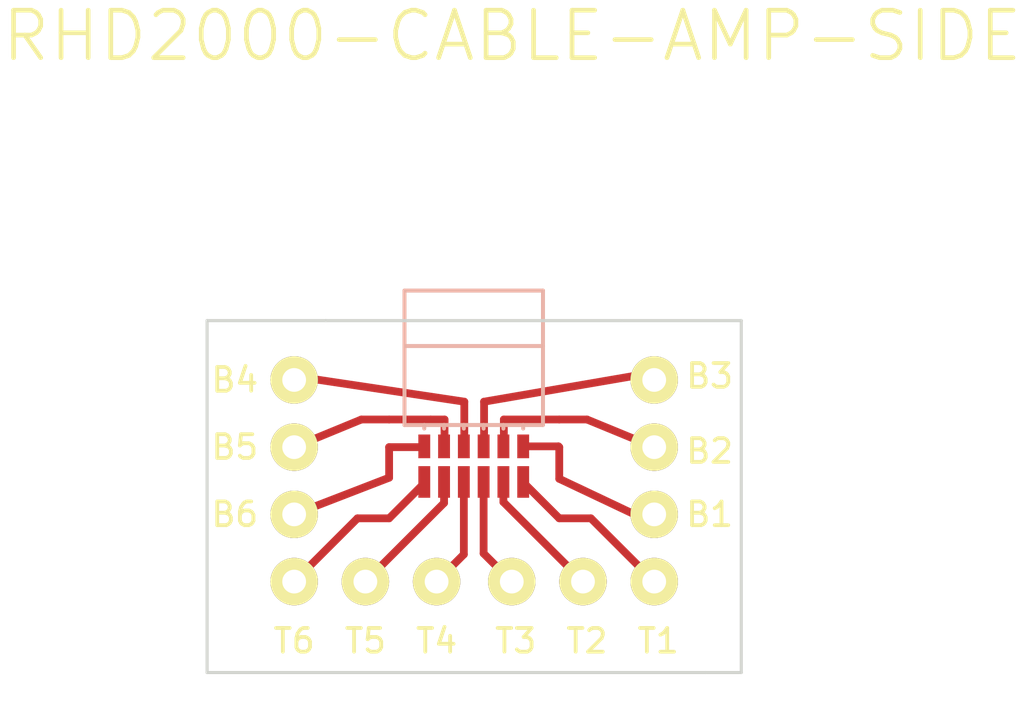
<source format=kicad_pcb>
(kicad_pcb (version 4) (host pcbnew 4.0.2-stable)

  (general
    (links 12)
    (no_connects 0)
    (area 132.342043 91.3452 165.621758 115.648)
    (thickness 1.6)
    (drawings 19)
    (tracks 53)
    (zones 0)
    (modules 13)
    (nets 13)
  )

  (page A4)
  (layers
    (0 F.Cu signal)
    (31 B.Cu signal hide)
    (32 B.Adhes user hide)
    (33 F.Adhes user hide)
    (34 B.Paste user hide)
    (35 F.Paste user hide)
    (36 B.SilkS user)
    (37 F.SilkS user)
    (38 B.Mask user hide)
    (39 F.Mask user hide)
    (40 Dwgs.User user hide)
    (41 Cmts.User user hide)
    (42 Eco1.User user hide)
    (43 Eco2.User user hide)
    (44 Edge.Cuts user)
    (45 Margin user hide)
    (46 B.CrtYd user hide)
    (47 F.CrtYd user hide)
    (48 B.Fab user hide)
    (49 F.Fab user hide)
  )

  (setup
    (last_trace_width 0.25)
    (trace_clearance 0.2)
    (zone_clearance 0.508)
    (zone_45_only no)
    (trace_min 0.2)
    (segment_width 0.2)
    (edge_width 0.1)
    (via_size 0.6)
    (via_drill 0.4)
    (via_min_size 0.4)
    (via_min_drill 0.3)
    (uvia_size 0.3)
    (uvia_drill 0.1)
    (uvias_allowed no)
    (uvia_min_size 0.2)
    (uvia_min_drill 0.1)
    (pcb_text_width 0.3)
    (pcb_text_size 1.5 1.5)
    (mod_edge_width 0.15)
    (mod_text_size 1 1)
    (mod_text_width 0.15)
    (pad_size 0.4 0.4)
    (pad_drill 0.2)
    (pad_to_mask_clearance 0)
    (aux_axis_origin 0 0)
    (visible_elements FFFFFF7F)
    (pcbplotparams
      (layerselection 0x010e0_80000001)
      (usegerberextensions false)
      (excludeedgelayer true)
      (linewidth 0.100000)
      (plotframeref false)
      (viasonmask false)
      (mode 1)
      (useauxorigin false)
      (hpglpennumber 1)
      (hpglpenspeed 20)
      (hpglpendiameter 15)
      (hpglpenoverlay 2)
      (psnegative false)
      (psa4output false)
      (plotreference true)
      (plotvalue true)
      (plotinvisibletext false)
      (padsonsilk false)
      (subtractmaskfromsilk false)
      (outputformat 1)
      (mirror false)
      (drillshape 0)
      (scaleselection 1)
      (outputdirectory ""))
  )

  (net 0 "")
  (net 1 "Net-(S1-PadB1)")
  (net 2 "Net-(S1-PadB2)")
  (net 3 "Net-(S1-PadB3)")
  (net 4 "Net-(S1-PadB4)")
  (net 5 "Net-(S1-PadB5)")
  (net 6 "Net-(S1-PadB6)")
  (net 7 "Net-(S1-PadT1)")
  (net 8 "Net-(S1-PadT2)")
  (net 9 "Net-(S1-PadT3)")
  (net 10 "Net-(S1-PadT4)")
  (net 11 "Net-(S1-PadT5)")
  (net 12 "Net-(S1-PadT6)")

  (net_class Default "This is the default net class."
    (clearance 0.2)
    (trace_width 0.25)
    (via_dia 0.6)
    (via_drill 0.4)
    (uvia_dia 0.3)
    (uvia_drill 0.1)
    (add_net "Net-(S1-PadB1)")
    (add_net "Net-(S1-PadB2)")
    (add_net "Net-(S1-PadB3)")
    (add_net "Net-(S1-PadB4)")
    (add_net "Net-(S1-PadB5)")
    (add_net "Net-(S1-PadB6)")
    (add_net "Net-(S1-PadT1)")
    (add_net "Net-(S1-PadT2)")
    (add_net "Net-(S1-PadT3)")
    (add_net "Net-(S1-PadT4)")
    (add_net "Net-(S1-PadT5)")
    (add_net "Net-(S1-PadT6)")
  )

  (module connectors:OMNETICS_PZN-12-AA (layer F.Cu) (tedit 577C0720) (tstamp 577BEDD8)
    (at 147.75 105.0036)
    (path /577BD556)
    (attr smd)
    (fp_text reference S1 (at -3.175 -0.8255 90) (layer F.SilkS) hide
      (effects (font (size 1.27 1.27) (thickness 0.1016)))
    )
    (fp_text value RHD2000-CABLE-AMP-SIDE (at 1.2319 -12.1666) (layer F.SilkS)
      (effects (font (thickness 0.15)))
    )
    (fp_line (start -2.2225 -3.9878) (end 2.2225 -3.9878) (layer B.SilkS) (width 0.127))
    (fp_line (start 2.2225 -3.9878) (end 2.2225 -2.20726) (layer B.SilkS) (width 0.127))
    (fp_line (start 2.2225 -2.20726) (end 2.2225 0.3302) (layer B.SilkS) (width 0.127))
    (fp_line (start -2.2225 0.3302) (end -2.2225 -2.20726) (layer B.SilkS) (width 0.127))
    (fp_line (start -2.2225 -2.20726) (end -2.2225 -3.9878) (layer B.SilkS) (width 0.127))
    (fp_line (start -1.5875 0.3302) (end -1.5875 0.4445) (layer B.SilkS) (width 0.127))
    (fp_line (start -0.9525 0.3302) (end -0.9525 0.4445) (layer B.SilkS) (width 0.127))
    (fp_line (start 1.5875 0.3302) (end 1.5875 0.4445) (layer B.SilkS) (width 0.127))
    (fp_line (start -2.2225 0.3302) (end -1.5875 0.3302) (layer B.SilkS) (width 0.127))
    (fp_line (start -1.5875 0.3302) (end -0.9525 0.3302) (layer B.SilkS) (width 0.127))
    (fp_line (start -0.9525 0.3302) (end -0.3175 0.3302) (layer B.SilkS) (width 0.127))
    (fp_line (start -0.3175 0.3302) (end 0.3175 0.3302) (layer B.SilkS) (width 0.127))
    (fp_line (start 0.3175 0.3302) (end 0.9525 0.3302) (layer B.SilkS) (width 0.127))
    (fp_line (start 0.9525 0.3302) (end 1.5875 0.3302) (layer B.SilkS) (width 0.127))
    (fp_line (start 1.5875 0.3302) (end 2.2225 0.3302) (layer B.SilkS) (width 0.127))
    (fp_line (start -0.3175 0.3302) (end -0.3175 0.4445) (layer B.SilkS) (width 0.127))
    (fp_line (start 0.3175 0.3302) (end 0.3175 0.4445) (layer B.SilkS) (width 0.127))
    (fp_line (start 0.9525 0.3302) (end 0.9525 0.4445) (layer B.SilkS) (width 0.127))
    (fp_line (start -2.2225 -2.20726) (end 2.2225 -2.20726) (layer B.SilkS) (width 0.127))
    (pad B1 smd rect (at 1.5875 1.016 180) (size 0.381 0.762) (layers F.Cu F.Paste F.Mask)
      (net 1 "Net-(S1-PadB1)"))
    (pad B2 smd rect (at 0.9525 1.016 180) (size 0.381 0.762) (layers F.Cu F.Paste F.Mask)
      (net 2 "Net-(S1-PadB2)"))
    (pad B3 smd rect (at 0.3175 1.016 180) (size 0.381 0.762) (layers F.Cu F.Paste F.Mask)
      (net 3 "Net-(S1-PadB3)"))
    (pad B4 smd rect (at -0.3175 1.016 180) (size 0.381 0.762) (layers F.Cu F.Paste F.Mask)
      (net 4 "Net-(S1-PadB4)"))
    (pad B5 smd rect (at -0.9525 1.016 180) (size 0.381 0.762) (layers F.Cu F.Paste F.Mask)
      (net 5 "Net-(S1-PadB5)"))
    (pad B6 smd rect (at -1.5875 1.016 180) (size 0.381 0.762) (layers F.Cu F.Paste F.Mask)
      (net 6 "Net-(S1-PadB6)"))
    (pad T1 smd rect (at 1.5875 2.159 180) (size 0.381 1.016) (layers F.Cu F.Paste F.Mask)
      (net 7 "Net-(S1-PadT1)"))
    (pad T2 smd rect (at 0.9525 2.159 180) (size 0.381 1.016) (layers F.Cu F.Paste F.Mask)
      (net 8 "Net-(S1-PadT2)"))
    (pad T3 smd rect (at 0.3175 2.159 180) (size 0.381 1.016) (layers F.Cu F.Paste F.Mask)
      (net 9 "Net-(S1-PadT3)"))
    (pad T4 smd rect (at -0.3175 2.159 180) (size 0.381 1.016) (layers F.Cu F.Paste F.Mask)
      (net 10 "Net-(S1-PadT4)"))
    (pad T5 smd rect (at -0.9525 2.159 180) (size 0.381 1.016) (layers F.Cu F.Paste F.Mask)
      (net 11 "Net-(S1-PadT5)"))
    (pad T6 smd rect (at -1.5875 2.159 180) (size 0.381 1.016) (layers F.Cu F.Paste F.Mask)
      (net 12 "Net-(S1-PadT6)"))
  )

  (module singlepad:MyPad (layer F.Cu) (tedit 57921FCC) (tstamp 577BEDE2)
    (at 140.716 112.014)
    (path /577BE4CD)
    (fp_text reference U2 (at 0 0.5) (layer F.SilkS) hide
      (effects (font (size 1 1) (thickness 0.15)))
    )
    (fp_text value MyPad (at 0 -0.5) (layer F.Fab) hide
      (effects (font (size 1 1) (thickness 0.15)))
    )
    (pad 1 thru_hole circle (at 1.27 -3.81) (size 1.524 1.524) (drill 0.762) (layers *.Cu *.Mask F.SilkS)
      (net 6 "Net-(S1-PadB6)"))
  )

  (module singlepad:MyPad (layer F.Cu) (tedit 57921FCC) (tstamp 577BEE14)
    (at 152.273 112.014)
    (path /577BE667)
    (fp_text reference U12 (at 0 0.5) (layer F.SilkS) hide
      (effects (font (size 1 1) (thickness 0.15)))
    )
    (fp_text value MyPad (at 0 -0.5) (layer F.Fab) hide
      (effects (font (size 1 1) (thickness 0.15)))
    )
    (pad 1 thru_hole circle (at 1.27 -3.81) (size 1.524 1.524) (drill 0.762) (layers *.Cu *.Mask F.SilkS)
      (net 1 "Net-(S1-PadB1)"))
  )

  (module singlepad:MyPad (layer F.Cu) (tedit 57921FCC) (tstamp 577BEE0F)
    (at 152.273 114.173)
    (path /577BE62D)
    (fp_text reference U11 (at 0 0.5) (layer F.SilkS) hide
      (effects (font (size 1 1) (thickness 0.15)))
    )
    (fp_text value MyPad (at 0 -0.5) (layer F.Fab) hide
      (effects (font (size 1 1) (thickness 0.15)))
    )
    (pad 1 thru_hole circle (at 1.27 -3.81) (size 1.524 1.524) (drill 0.762) (layers *.Cu *.Mask F.SilkS)
      (net 7 "Net-(S1-PadT1)"))
  )

  (module singlepad:MyPad (layer F.Cu) (tedit 57921FCC) (tstamp 577BEE0A)
    (at 152.273 109.855)
    (path /577BE5FC)
    (fp_text reference U10 (at 0 0.5) (layer F.SilkS) hide
      (effects (font (size 1 1) (thickness 0.15)))
    )
    (fp_text value MyPad (at 0 -0.5) (layer F.Fab) hide
      (effects (font (size 1 1) (thickness 0.15)))
    )
    (pad 1 thru_hole circle (at 1.27 -3.81) (size 1.524 1.524) (drill 0.762) (layers *.Cu *.Mask F.SilkS)
      (net 2 "Net-(S1-PadB2)"))
  )

  (module singlepad:MyPad (layer F.Cu) (tedit 57921FCC) (tstamp 577BEE05)
    (at 149.987 114.173)
    (path /577BE5CC)
    (fp_text reference U9 (at 0 0.5) (layer F.SilkS) hide
      (effects (font (size 1 1) (thickness 0.15)))
    )
    (fp_text value MyPad (at 0 -0.5) (layer F.Fab) hide
      (effects (font (size 1 1) (thickness 0.15)))
    )
    (pad 1 thru_hole circle (at 1.27 -3.81) (size 1.524 1.524) (drill 0.762) (layers *.Cu *.Mask F.SilkS)
      (net 8 "Net-(S1-PadT2)"))
  )

  (module singlepad:MyPad (layer F.Cu) (tedit 57921FCC) (tstamp 577BEE00)
    (at 152.273 107.696)
    (path /577BE5A1)
    (fp_text reference U8 (at 0 0.5) (layer F.SilkS) hide
      (effects (font (size 1 1) (thickness 0.15)))
    )
    (fp_text value MyPad (at 0 -0.5) (layer F.Fab) hide
      (effects (font (size 1 1) (thickness 0.15)))
    )
    (pad 1 thru_hole circle (at 1.27 -3.81) (size 1.524 1.524) (drill 0.762) (layers *.Cu *.Mask F.SilkS)
      (net 3 "Net-(S1-PadB3)"))
  )

  (module singlepad:MyPad (layer F.Cu) (tedit 57921FCC) (tstamp 577BEDFB)
    (at 147.701 114.173)
    (path /577BE577)
    (fp_text reference U7 (at 0 0.5) (layer F.SilkS) hide
      (effects (font (size 1 1) (thickness 0.15)))
    )
    (fp_text value MyPad (at 0 -0.5) (layer F.Fab) hide
      (effects (font (size 1 1) (thickness 0.15)))
    )
    (pad 1 thru_hole circle (at 1.27 -3.81) (size 1.524 1.524) (drill 0.762) (layers *.Cu *.Mask F.SilkS)
      (net 9 "Net-(S1-PadT3)"))
  )

  (module singlepad:MyPad (layer F.Cu) (tedit 57921FCC) (tstamp 577BEDF6)
    (at 140.716 107.696)
    (path /577BE553)
    (fp_text reference U6 (at 0 0.5) (layer F.SilkS) hide
      (effects (font (size 1 1) (thickness 0.15)))
    )
    (fp_text value MyPad (at 0 -0.5) (layer F.Fab) hide
      (effects (font (size 1 1) (thickness 0.15)))
    )
    (pad 1 thru_hole circle (at 1.27 -3.81) (size 1.524 1.524) (drill 0.762) (layers *.Cu *.Mask F.SilkS)
      (net 4 "Net-(S1-PadB4)"))
  )

  (module singlepad:MyPad (layer F.Cu) (tedit 57921FCC) (tstamp 577BEDF1)
    (at 145.288 114.173)
    (path /577BE530)
    (fp_text reference U5 (at 0 0.5) (layer F.SilkS) hide
      (effects (font (size 1 1) (thickness 0.15)))
    )
    (fp_text value MyPad (at 0 -0.5) (layer F.Fab) hide
      (effects (font (size 1 1) (thickness 0.15)))
    )
    (pad 1 thru_hole circle (at 1.27 -3.81) (size 1.524 1.524) (drill 0.762) (layers *.Cu *.Mask F.SilkS)
      (net 10 "Net-(S1-PadT4)"))
  )

  (module singlepad:MyPad (layer F.Cu) (tedit 57921FCC) (tstamp 577BEDEC)
    (at 140.716 109.855)
    (path /577BE511)
    (fp_text reference U4 (at 0 0.5) (layer F.SilkS) hide
      (effects (font (size 1 1) (thickness 0.15)))
    )
    (fp_text value MyPad (at 0 -0.5) (layer F.Fab) hide
      (effects (font (size 1 1) (thickness 0.15)))
    )
    (pad 1 thru_hole circle (at 1.27 -3.81) (size 1.524 1.524) (drill 0.762) (layers *.Cu *.Mask F.SilkS)
      (net 5 "Net-(S1-PadB5)"))
  )

  (module singlepad:MyPad (layer F.Cu) (tedit 57921FCC) (tstamp 577BEDE7)
    (at 143.002 114.173)
    (path /577BE4E7)
    (fp_text reference U3 (at 0 0.5) (layer F.SilkS) hide
      (effects (font (size 1 1) (thickness 0.15)))
    )
    (fp_text value MyPad (at 0 -0.5) (layer F.Fab) hide
      (effects (font (size 1 1) (thickness 0.15)))
    )
    (pad 1 thru_hole circle (at 1.27 -3.81) (size 1.524 1.524) (drill 0.762) (layers *.Cu *.Mask F.SilkS)
      (net 11 "Net-(S1-PadT5)"))
  )

  (module singlepad:MyPad (layer F.Cu) (tedit 57921FCC) (tstamp 577BEDDD)
    (at 140.716 114.173)
    (path /577BE1BD)
    (fp_text reference U1 (at 0 0.5) (layer F.SilkS) hide
      (effects (font (size 1 1) (thickness 0.15)))
    )
    (fp_text value MyPad (at 0 -0.5) (layer F.Fab) hide
      (effects (font (size 1 1) (thickness 0.15)))
    )
    (pad 1 thru_hole circle (at 1.27 -3.81) (size 1.524 1.524) (drill 0.762) (layers *.Cu *.Mask F.SilkS)
      (net 12 "Net-(S1-PadT6)"))
  )

  (gr_line (start 156.337 113.284) (end 155.194 113.284) (angle 90) (layer Edge.Cuts) (width 0.1))
  (gr_line (start 156.337 101.981) (end 156.337 113.284) (angle 90) (layer Edge.Cuts) (width 0.1))
  (gr_line (start 152.527 101.981) (end 156.337 101.981) (angle 90) (layer Edge.Cuts) (width 0.1))
  (gr_line (start 139.192 113.284) (end 155.194 113.284) (angle 90) (layer Edge.Cuts) (width 0.1))
  (gr_line (start 139.192 101.981) (end 139.192 113.284) (angle 90) (layer Edge.Cuts) (width 0.1))
  (gr_line (start 143.002 101.981) (end 139.192 101.981) (angle 90) (layer Edge.Cuts) (width 0.1))
  (gr_text B3 (at 155.321 103.759) (layer F.SilkS)
    (effects (font (size 0.762 0.762) (thickness 0.121)))
  )
  (gr_text B2 (at 155.321 106.172) (layer F.SilkS)
    (effects (font (size 0.762 0.762) (thickness 0.121)))
  )
  (gr_text B1 (at 155.321 108.204) (layer F.SilkS)
    (effects (font (size 0.762 0.762) (thickness 0.121)))
  )
  (gr_text T1 (at 153.67 112.268) (layer F.SilkS)
    (effects (font (size 0.762 0.762) (thickness 0.121)))
  )
  (gr_text T2 (at 151.384 112.268) (layer F.SilkS)
    (effects (font (size 0.762 0.762) (thickness 0.121)))
  )
  (gr_text T3 (at 149.098 112.268) (layer F.SilkS)
    (effects (font (size 0.762 0.762) (thickness 0.121)))
  )
  (gr_text T4 (at 146.558 112.268) (layer F.SilkS)
    (effects (font (size 0.762 0.762) (thickness 0.121)))
  )
  (gr_text T5 (at 144.272 112.268) (layer F.SilkS)
    (effects (font (size 0.762 0.762) (thickness 0.121)))
  )
  (gr_text T6 (at 141.986 112.268) (layer F.SilkS)
    (effects (font (size 0.762 0.762) (thickness 0.121)))
  )
  (gr_text B6 (at 140.081 108.204) (layer F.SilkS)
    (effects (font (size 0.762 0.762) (thickness 0.121)))
  )
  (gr_text B5 (at 140.081 106.045) (layer F.SilkS)
    (effects (font (size 0.762 0.762) (thickness 0.121)))
  )
  (gr_text B4 (at 140.081 103.886) (layer F.SilkS)
    (effects (font (size 0.762 0.762) (thickness 0.121)))
  )
  (gr_line (start 143 101.981) (end 152.5 101.981) (angle 90) (layer Edge.Cuts) (width 0.1))

  (segment (start 149.3375 106.0196) (end 150.4696 106.0196) (width 0.25) (layer F.Cu) (net 1))
  (segment (start 150.495 107.061) (end 152.908 108.204) (width 0.25) (layer F.Cu) (net 1) (tstamp 579232F6) (status 20))
  (segment (start 150.495 106.045) (end 150.495 107.061) (width 0.25) (layer F.Cu) (net 1) (tstamp 579232D5))
  (segment (start 150.4696 106.0196) (end 150.495 106.045) (width 0.25) (layer F.Cu) (net 1) (tstamp 579232CD))
  (segment (start 152.908 108.204) (end 153.543 108.204) (width 0.25) (layer F.Cu) (net 1) (tstamp 579232F9) (status 30))
  (segment (start 149.3375 106.0196) (end 149.3629 106.045) (width 0.25) (layer F.Cu) (net 1))
  (segment (start 150.495 105.156) (end 151.384 105.156) (width 0.25) (layer F.Cu) (net 2))
  (segment (start 148.717 106.0051) (end 148.717 105.156) (width 0.25) (layer F.Cu) (net 2) (tstamp 577C0981))
  (segment (start 148.717 105.156) (end 150.495 105.156) (width 0.25) (layer F.Cu) (net 2) (tstamp 577C0983))
  (segment (start 151.384 105.156) (end 153.543 106.045) (width 0.25) (layer F.Cu) (net 2) (tstamp 5792321F) (status 20))
  (segment (start 148.7025 106.0196) (end 148.717 106.0051) (width 0.25) (layer F.Cu) (net 2))
  (segment (start 148.0675 106.0196) (end 148.082 106.0051) (width 0.25) (layer F.Cu) (net 3))
  (segment (start 148.082 106.0051) (end 148.082 104.5845) (width 0.25) (layer F.Cu) (net 3) (tstamp 577C0925))
  (segment (start 148.082 104.5845) (end 153.3375 103.6805) (width 0.25) (layer F.Cu) (net 3) (tstamp 577C0928) (status 20))
  (segment (start 153.3375 103.6805) (end 153.543 103.886) (width 0.25) (layer F.Cu) (net 3) (tstamp 577C092D) (status 30))
  (segment (start 147.4325 106.0196) (end 147.447 106.0051) (width 0.25) (layer F.Cu) (net 4))
  (segment (start 147.447 106.0051) (end 147.447 104.5845) (width 0.25) (layer F.Cu) (net 4) (tstamp 577C08F9))
  (segment (start 147.447 104.5845) (end 142.0915 103.7805) (width 0.25) (layer F.Cu) (net 4) (tstamp 577C0904) (status 20))
  (segment (start 142.0915 103.7805) (end 141.986 103.886) (width 0.25) (layer F.Cu) (net 4) (tstamp 577C0907) (status 30))
  (segment (start 145.034 105.156) (end 144.145 105.156) (width 0.25) (layer F.Cu) (net 5))
  (segment (start 146.3675 105.156) (end 145.034 105.156) (width 0.25) (layer F.Cu) (net 5) (tstamp 577C08E9))
  (segment (start 146.812 105.156) (end 146.3675 105.156) (width 0.25) (layer F.Cu) (net 5) (tstamp 577C08E8))
  (segment (start 146.812 105.2195) (end 146.812 105.156) (width 0.25) (layer F.Cu) (net 5) (tstamp 577C08E7))
  (segment (start 146.812 106.0051) (end 146.812 105.2195) (width 0.25) (layer F.Cu) (net 5) (tstamp 577C08E6))
  (segment (start 144.145 105.156) (end 141.986 106.045) (width 0.25) (layer F.Cu) (net 5) (tstamp 57923189) (status 20))
  (segment (start 146.7975 106.0196) (end 146.812 106.0051) (width 0.25) (layer F.Cu) (net 5))
  (segment (start 141.988 106.043) (end 141.986 106.045) (width 0.25) (layer F.Cu) (net 5) (tstamp 577C08EE) (status 30))
  (segment (start 146.1625 106.0196) (end 146.1371 106.045) (width 0.25) (layer F.Cu) (net 6))
  (segment (start 146.1371 106.045) (end 145.034 106.045) (width 0.25) (layer F.Cu) (net 6) (tstamp 577C08D9))
  (segment (start 145.034 106.045) (end 145.034 107.026) (width 0.25) (layer F.Cu) (net 6) (tstamp 577C08DA))
  (segment (start 145.034 107.026) (end 141.986 108.204) (width 0.25) (layer F.Cu) (net 6) (tstamp 577C08DB) (status 20))
  (segment (start 149.3375 107.1626) (end 149.3375 107.1735) (width 0.25) (layer F.Cu) (net 7) (status C00000))
  (segment (start 149.3375 107.1735) (end 150.495 108.331) (width 0.25) (layer F.Cu) (net 7) (tstamp 57925FBE) (status 400000))
  (segment (start 150.495 108.331) (end 151.511 108.331) (width 0.25) (layer F.Cu) (net 7) (tstamp 57925FC4))
  (segment (start 151.511 108.331) (end 153.543 110.363) (width 0.25) (layer F.Cu) (net 7) (tstamp 57925FC7) (status 800000))
  (segment (start 148.7025 107.1626) (end 148.7025 107.8085) (width 0.25) (layer F.Cu) (net 8) (status 400000))
  (segment (start 148.7025 107.8085) (end 151.257 110.363) (width 0.25) (layer F.Cu) (net 8) (tstamp 57925F6B) (status 800000))
  (segment (start 148.7025 107.1626) (end 148.717 107.1771) (width 0.25) (layer F.Cu) (net 8))
  (segment (start 148.0675 107.1626) (end 148.0675 109.4595) (width 0.25) (layer F.Cu) (net 9) (status 400000))
  (segment (start 148.0675 109.4595) (end 148.971 110.363) (width 0.25) (layer F.Cu) (net 9) (tstamp 57925F5F) (status 800000))
  (segment (start 148.0675 107.1626) (end 148.082 107.1771) (width 0.25) (layer F.Cu) (net 9))
  (segment (start 148.783 110.175) (end 148.971 110.363) (width 0.25) (layer F.Cu) (net 9) (tstamp 577C09FA) (status 30))
  (segment (start 147.4325 107.1626) (end 147.4325 109.4885) (width 0.25) (layer F.Cu) (net 10) (status 400000))
  (segment (start 147.4325 109.4885) (end 146.558 110.363) (width 0.25) (layer F.Cu) (net 10) (tstamp 57925F58) (status 800000))
  (segment (start 147.4325 107.1626) (end 147.447 107.1771) (width 0.25) (layer F.Cu) (net 10))
  (segment (start 146.735 110.186) (end 146.558 110.363) (width 0.25) (layer F.Cu) (net 10) (tstamp 577C09F2) (status 30))
  (segment (start 146.7975 107.1626) (end 146.7975 107.8375) (width 0.25) (layer F.Cu) (net 11) (status 400000))
  (segment (start 146.7975 107.8375) (end 144.272 110.363) (width 0.25) (layer F.Cu) (net 11) (tstamp 57925F65) (status 800000))
  (segment (start 146.7975 107.1626) (end 146.812 107.1771) (width 0.25) (layer F.Cu) (net 11))
  (segment (start 146.1625 107.1626) (end 146.1625 107.2025) (width 0.25) (layer F.Cu) (net 12) (status C00000))
  (segment (start 146.1625 107.2025) (end 145.034 108.331) (width 0.25) (layer F.Cu) (net 12) (tstamp 57925FCE) (status 400000))
  (segment (start 145.034 108.331) (end 144.018 108.331) (width 0.25) (layer F.Cu) (net 12) (tstamp 57925FD5))
  (segment (start 144.018 108.331) (end 141.986 110.363) (width 0.25) (layer F.Cu) (net 12) (tstamp 57925FDB) (status 800000))

)

</source>
